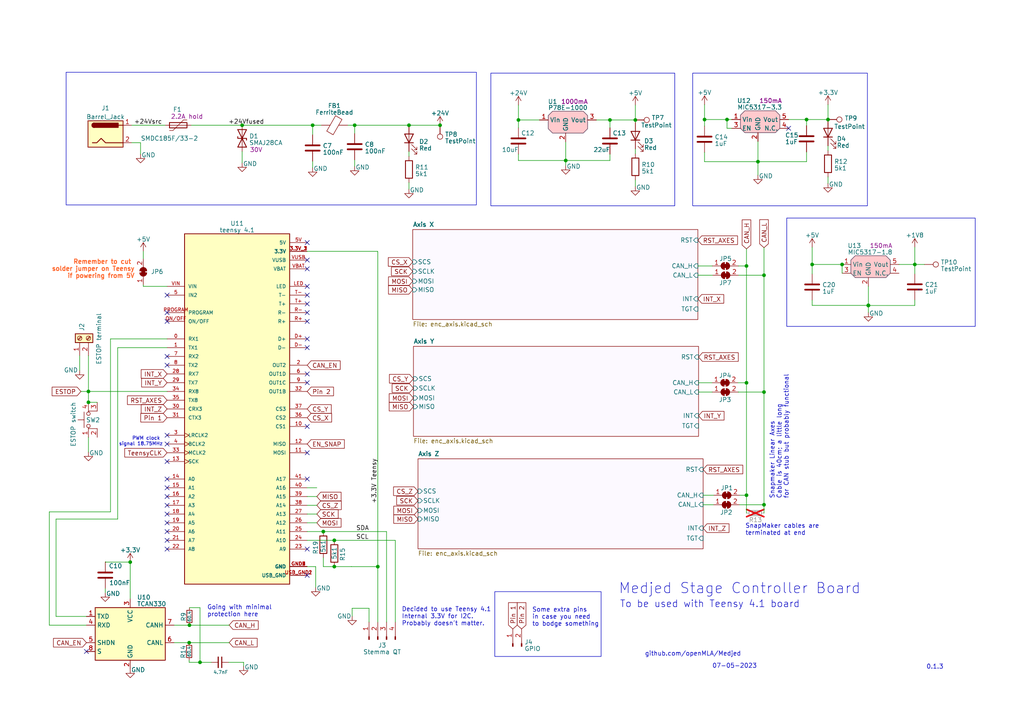
<source format=kicad_sch>
(kicad_sch (version 20230121) (generator eeschema)
  (paper "A4")
  (lib_symbols
    (symbol "+3.3V_1" (power) (pin_numbers hide) (pin_names (offset 0) hide)
      (property "Value" "+3.3V_1" (at 0 3.556 0))
      (symbol "+3.3V_1_1_1"
        (pin power_in line (at 0 0 90) (length 0) hide (name "+3.3V") (number "1"))
      )
    )
    (symbol "+5V_1" (power) (pin_numbers hide) (pin_names (offset 0) hide)
      (property "Value" "+5V_1" (at 0 3.556 0))
      (symbol "+5V_1_1_1"
        (pin power_in line (at 0 0 90) (length 0) hide (name "+5V") (number "1"))
      )
    )
    (symbol "Connector:Barrel_Jack" (pin_names (offset 1.016))
      (property "Reference" "J" (at 0 5.334 0))
      (property "Value" "Barrel_Jack" (at 0 -5.08 0))
      (symbol "Barrel_Jack_1_1"
        (pin passive line (at 7.62 2.54 180) (length 2.54) (name "~") (number "1"))
        (pin passive line (at 7.62 -2.54 180) (length 2.54) (name "~") (number "2"))
      )
    )
    (symbol "Connector:Conn_01x02_Pin" (pin_names (offset 1.016) hide)
      (property "Reference" "J" (at 0 2.54 0))
      (property "Value" "Conn_01x02_Pin" (at 0 -5.08 0))
      (symbol "Conn_01x02_Pin_1_1"
        (pin passive line (at 5.08 0 180) (length 3.81) (name "Pin_1") (number "1"))
        (pin passive line (at 5.08 -2.54 180) (length 3.81) (name "Pin_2") (number "2"))
      )
    )
    (symbol "Connector:Conn_01x04_Pin" (pin_names (offset 1.016) hide)
      (property "Reference" "J" (at 0 5.08 0))
      (property "Value" "Conn_01x04_Pin" (at 0 -7.62 0))
      (symbol "Conn_01x04_Pin_1_1"
        (pin passive line (at 5.08 2.54 180) (length 3.81) (name "Pin_1") (number "1"))
        (pin passive line (at 5.08 0 180) (length 3.81) (name "Pin_2") (number "2"))
        (pin passive line (at 5.08 -2.54 180) (length 3.81) (name "Pin_3") (number "3"))
        (pin passive line (at 5.08 -5.08 180) (length 3.81) (name "Pin_4") (number "4"))
      )
    )
    (symbol "Connector:Screw_Terminal_01x02" (pin_names (offset 1.016) hide)
      (property "Reference" "J" (at 0 2.54 0))
      (property "Value" "Screw_Terminal_01x02" (at 0 -5.08 0))
      (symbol "Screw_Terminal_01x02_1_1"
        (pin passive line (at -5.08 0 0) (length 3.81) (name "Pin_1") (number "1"))
        (pin passive line (at -5.08 -2.54 0) (length 3.81) (name "Pin_2") (number "2"))
      )
    )
    (symbol "Connector:TestPoint" (pin_numbers hide) (pin_names (offset 0.762) hide)
      (property "Reference" "TP" (at 0 6.858 0))
      (property "Value" "TestPoint" (at 0 5.08 0))
      (symbol "TestPoint_1_1"
        (pin passive line (at 0 0 90) (length 2.54) (name "1") (number "1"))
      )
    )
    (symbol "Device:C" (pin_numbers hide) (pin_names (offset 0.254))
      (property "Reference" "C" (at 0.635 2.54 0))
      (property "Value" "C" (at 0.635 -2.54 0))
      (symbol "C_1_1"
        (pin passive line (at 0 3.81 270) (length 2.794) (name "~") (number "1"))
        (pin passive line (at 0 -3.81 90) (length 2.794) (name "~") (number "2"))
      )
    )
    (symbol "Device:C_Small" (pin_numbers hide) (pin_names (offset 0.254) hide)
      (property "Reference" "C" (at 0.254 1.778 0))
      (property "Value" "C_Small" (at 0.254 -2.032 0))
      (symbol "C_Small_1_1"
        (pin passive line (at 0 2.54 270) (length 2.032) (name "~") (number "1"))
        (pin passive line (at 0 -2.54 90) (length 2.032) (name "~") (number "2"))
      )
    )
    (symbol "Device:FerriteBead" (pin_numbers hide) (pin_names (offset 0))
      (property "Reference" "FB" (at -3.81 0.635 90))
      (property "Value" "FerriteBead" (at 3.81 0 90))
      (symbol "FerriteBead_1_1"
        (pin passive line (at 0 3.81 270) (length 2.54) (name "~") (number "1"))
        (pin passive line (at 0 -3.81 90) (length 2.54) (name "~") (number "2"))
      )
    )
    (symbol "Device:LED" (pin_numbers hide) (pin_names (offset 1.016) hide)
      (property "Reference" "D" (at 0 2.54 0))
      (property "Value" "LED" (at 0 -2.54 0))
      (symbol "LED_1_1"
        (pin passive line (at -3.81 0 0) (length 2.54) (name "K") (number "1"))
        (pin passive line (at 3.81 0 180) (length 2.54) (name "A") (number "2"))
      )
    )
    (symbol "Device:Polyfuse" (pin_numbers hide) (pin_names (offset 0))
      (property "Reference" "F" (at -2.54 0 90))
      (property "Value" "Polyfuse" (at 2.54 0 90))
      (symbol "Polyfuse_1_1"
        (pin passive line (at 0 3.81 270) (length 1.27) (name "~") (number "1"))
        (pin passive line (at 0 -3.81 90) (length 1.27) (name "~") (number "2"))
      )
    )
    (symbol "Device:R" (pin_numbers hide) (pin_names (offset 0))
      (property "Reference" "R" (at 2.032 0 90))
      (property "Value" "R" (at 0 0 90))
      (symbol "R_1_1"
        (pin passive line (at 0 3.81 270) (length 1.27) (name "~") (number "1"))
        (pin passive line (at 0 -3.81 90) (length 1.27) (name "~") (number "2"))
      )
    )
    (symbol "Device:R_Small" (pin_numbers hide) (pin_names (offset 0.254) hide)
      (property "Reference" "R" (at 0.762 0.508 0))
      (property "Value" "R_Small" (at 0.762 -1.016 0))
      (symbol "R_Small_1_1"
        (pin passive line (at 0 2.54 270) (length 0.762) (name "~") (number "1"))
        (pin passive line (at 0 -2.54 90) (length 0.762) (name "~") (number "2"))
      )
    )
    (symbol "Diode:5KPxxCA" (pin_numbers hide) (pin_names (offset 1.016) hide)
      (property "Reference" "D" (at 0 2.54 0))
      (property "Value" "5KPxxCA" (at 0 -2.54 0))
      (symbol "5KPxxCA_1_1"
        (pin passive line (at -3.81 0 0) (length 2.54) (name "A1") (number "1"))
        (pin passive line (at 3.81 0 180) (length 2.54) (name "A2") (number "2"))
      )
    )
    (symbol "GND_1" (power) (pin_numbers hide) (pin_names (offset 0) hide)
      (property "Value" "GND_1" (at 0 -3.81 0))
      (symbol "GND_1_1_1"
        (pin power_in line (at 0 0 270) (length 0) hide (name "GND") (number "1"))
      )
    )
    (symbol "Interface_CAN_LIN:TCAN330"
      (property "Reference" "U" (at -10.16 8.89 0))
      (property "Value" "TCAN330" (at 2.54 8.89 0))
      (symbol "TCAN330_1_1"
        (pin input line (at -12.7 5.08 0) (length 2.54) (name "TXD") (number "1"))
        (pin power_in line (at 0 -10.16 90) (length 2.54) (name "GND") (number "2"))
        (pin power_in line (at 0 10.16 270) (length 2.54) (name "VCC") (number "3"))
        (pin tri_state line (at -12.7 2.54 0) (length 2.54) (name "RXD") (number "4"))
        (pin input line (at -12.7 -2.54 0) (length 2.54) (name "SHDN") (number "5"))
        (pin bidirectional line (at 12.7 -2.54 180) (length 2.54) (name "CANL") (number "6"))
        (pin bidirectional line (at 12.7 2.54 180) (length 2.54) (name "CANH") (number "7"))
        (pin input line (at -12.7 -5.08 0) (length 2.54) (name "S") (number "8"))
      )
    )
    (symbol "Jumper:SolderJumper_2_Bridged" (pin_names (offset 0) hide)
      (property "Reference" "JP" (at 0 2.032 0))
      (property "Value" "SolderJumper_2_Bridged" (at 0 -2.54 0))
      (symbol "SolderJumper_2_Bridged_1_1"
        (pin passive line (at -3.81 0 0) (length 2.54) (name "A") (number "1"))
        (pin passive line (at 3.81 0 180) (length 2.54) (name "B") (number "2"))
      )
    )
    (symbol "Switch:SW_MEC_5E" (pin_names (offset 1.016) hide)
      (property "Reference" "SW" (at 0.635 5.715 0))
      (property "Value" "SW_MEC_5E" (at 0 -3.175 0))
      (symbol "SW_MEC_5E_0_1"
        (pin passive line (at -5.08 2.54 0) (length 2.54) (name "1") (number "1"))
        (pin passive line (at -5.08 0 0) (length 2.54) (name "2") (number "2"))
        (pin passive line (at 5.08 0 180) (length 2.54) (name "K") (number "3"))
        (pin passive line (at 5.08 2.54 180) (length 2.54) (name "A") (number "4"))
      )
    )
    (symbol "medjed-mainboard:MIC5317-3.3"
      (property "Reference" "U" (at 0 1.27 0))
      (symbol "MIC5317-3.3_1_1"
        (pin input line (at -7.62 0 0) (length 2.54) (name "Vin") (number "1"))
        (pin input line (at 0 -6.35 90) (length 2.54) (name "GND") (number "2"))
        (pin input line (at -7.62 -2.54 0) (length 2.54) (name "EN") (number "3"))
        (pin input line (at 8.89 -2.54 180) (length 2.54) (name "N.C.") (number "4"))
        (pin input line (at 8.89 0 180) (length 2.54) (name "Vout") (number "5"))
      )
    )
    (symbol "medjed-mainboard:P78E05-1000"
      (property "Reference" "U" (at 0 1.27 0))
      (symbol "P78E05-1000_1_1"
        (pin input line (at -7.62 0 0) (length 2.54) (name "Vin") (number "1"))
        (pin input line (at 0 -6.35 90) (length 2.54) (name "GND") (number "2"))
        (pin input line (at 8.89 0 180) (length 2.54) (name "Vout") (number "3"))
      )
    )
    (symbol "medjed-mainboard:teensy 4.1" (pin_names (offset 1.016))
      (property "Reference" "U" (at -15.24 52.07 0))
      (property "Value" "teensy 4.1" (at -15.24 -53.34 0))
      (symbol "teensy 4.1_0_0"
        (pin bidirectional line (at -20.32 20.32 0) (length 5.08) (name "RX1") (number "0"))
        (pin bidirectional line (at -20.32 17.78 0) (length 5.08) (name "TX1") (number "1"))
        (pin bidirectional line (at 20.32 -5.08 180) (length 5.08) (name "CS1") (number "10"))
        (pin bidirectional line (at 20.32 -12.7 180) (length 5.08) (name "MOSI") (number "11"))
        (pin bidirectional line (at 20.32 -10.16 180) (length 5.08) (name "MISO") (number "12"))
        (pin bidirectional clock (at -20.32 -15.24 0) (length 5.08) (name "SCK") (number "13"))
        (pin bidirectional line (at -20.32 -20.32 0) (length 5.08) (name "A0") (number "14"))
        (pin bidirectional line (at -20.32 -22.86 0) (length 5.08) (name "A1") (number "15"))
        (pin bidirectional line (at -20.32 -25.4 0) (length 5.08) (name "A2") (number "16"))
        (pin bidirectional line (at -20.32 -27.94 0) (length 5.08) (name "A3") (number "17"))
        (pin bidirectional line (at -20.32 -30.48 0) (length 5.08) (name "A4") (number "18"))
        (pin bidirectional line (at -20.32 -33.02 0) (length 5.08) (name "A5") (number "19"))
        (pin output line (at 20.32 12.7 180) (length 5.08) (name "OUT2") (number "2"))
        (pin bidirectional line (at -20.32 -35.56 0) (length 5.08) (name "A6") (number "20"))
        (pin bidirectional line (at -20.32 -38.1 0) (length 5.08) (name "A7") (number "21"))
        (pin bidirectional line (at -20.32 -40.64 0) (length 5.08) (name "A8") (number "22"))
        (pin bidirectional line (at 20.32 -40.64 180) (length 5.08) (name "A9") (number "23"))
        (pin bidirectional line (at 20.32 -38.1 180) (length 5.08) (name "A10") (number "24"))
        (pin bidirectional line (at 20.32 -35.56 180) (length 5.08) (name "A11") (number "25"))
        (pin bidirectional line (at 20.32 -33.02 180) (length 5.08) (name "A12") (number "26"))
        (pin bidirectional line (at 20.32 -30.48 180) (length 5.08) (name "A13") (number "27"))
        (pin bidirectional line (at -20.32 10.16 0) (length 5.08) (name "RX7") (number "28"))
        (pin bidirectional line (at -20.32 7.62 0) (length 5.08) (name "TX7") (number "29"))
        (pin bidirectional clock (at -20.32 -7.62 0) (length 5.08) (name "LRCLK2") (number "3"))
        (pin power_in line (at 20.32 45.72 180) (length 5.08) (name "3.3V") (number "3.3V_1"))
        (pin power_in line (at 20.32 45.72 180) (length 5.08) (name "3.3V") (number "3.3V_2"))
        (pin power_in line (at 20.32 45.72 180) (length 5.08) (name "3.3V") (number "3.3V_3"))
        (pin bidirectional line (at -20.32 0 0) (length 5.08) (name "CRX3") (number "30"))
        (pin bidirectional line (at -20.32 -2.54 0) (length 5.08) (name "CTX3") (number "31"))
        (pin output line (at 20.32 5.08 180) (length 5.08) (name "OUT1B") (number "32"))
        (pin bidirectional clock (at -20.32 -12.7 0) (length 5.08) (name "MCLK2") (number "33"))
        (pin bidirectional line (at -20.32 5.08 0) (length 5.08) (name "RX8") (number "34"))
        (pin bidirectional line (at -20.32 2.54 0) (length 5.08) (name "TX8") (number "35"))
        (pin bidirectional line (at 20.32 -2.54 180) (length 5.08) (name "CS2") (number "36"))
        (pin bidirectional line (at 20.32 0 180) (length 5.08) (name "CS3") (number "37"))
        (pin bidirectional line (at 20.32 -27.94 180) (length 5.08) (name "A14") (number "38"))
        (pin bidirectional line (at 20.32 -25.4 180) (length 5.08) (name "A15") (number "39"))
        (pin bidirectional clock (at -20.32 -10.16 0) (length 5.08) (name "BCLK2") (number "4"))
        (pin bidirectional line (at 20.32 -22.86 180) (length 5.08) (name "A16") (number "40"))
        (pin bidirectional line (at 20.32 -20.32 180) (length 5.08) (name "A17") (number "41"))
        (pin bidirectional line (at -20.32 33.02 0) (length 5.08) (name "IN2") (number "5"))
        (pin power_in line (at 20.32 48.26 180) (length 5.08) (name "5V") (number "5V"))
        (pin output line (at 20.32 10.16 180) (length 5.08) (name "OUT1D") (number "6"))
        (pin bidirectional line (at -20.32 15.24 0) (length 5.08) (name "RX2") (number "7"))
        (pin bidirectional line (at -20.32 12.7 0) (length 5.08) (name "TX2") (number "8"))
        (pin output line (at 20.32 7.62 180) (length 5.08) (name "OUT1C") (number "9"))
        (pin bidirectional line (at 20.32 20.32 180) (length 5.08) (name "D+") (number "D+"))
        (pin bidirectional line (at 20.32 17.78 180) (length 5.08) (name "D-") (number "D-"))
        (pin power_in line (at 20.32 -45.72 180) (length 5.08) (name "GND") (number "GND1"))
        (pin power_in line (at 20.32 -45.72 180) (length 5.08) (name "GND") (number "GND2"))
        (pin power_in line (at 20.32 -45.72 180) (length 5.08) (name "GND") (number "GND3"))
        (pin power_in line (at 20.32 -45.72 180) (length 5.08) (name "GND") (number "GND4"))
        (pin power_in line (at 20.32 -45.72 180) (length 5.08) (name "GND") (number "GND5"))
        (pin bidirectional line (at 20.32 35.56 180) (length 5.08) (name "LED") (number "LED"))
        (pin bidirectional line (at -20.32 25.4 0) (length 5.08) (name "ON/OFF") (number "ON/OFF"))
        (pin bidirectional line (at -20.32 27.94 0) (length 5.08) (name "PROGRAM") (number "PROGRAM"))
        (pin bidirectional line (at 20.32 25.4 180) (length 5.08) (name "R+") (number "R+"))
        (pin bidirectional line (at 20.32 27.94 180) (length 5.08) (name "R-") (number "R-"))
        (pin bidirectional line (at 20.32 30.48 180) (length 5.08) (name "T+") (number "T+"))
        (pin bidirectional line (at 20.32 33.02 180) (length 5.08) (name "T-") (number "T-"))
        (pin power_in line (at 20.32 -48.26 180) (length 5.08) (name "USB_GND") (number "USB_GND1"))
        (pin power_in line (at 20.32 -48.26 180) (length 5.08) (name "USB_GND") (number "USB_GND2"))
        (pin passive line (at 20.32 40.64 180) (length 5.08) (name "VBAT") (number "VBAT"))
        (pin input line (at -20.32 35.56 0) (length 5.08) (name "VIN") (number "VIN"))
        (pin passive line (at 20.32 43.18 180) (length 5.08) (name "VUSB") (number "VUSB"))
      )
    )
    (symbol "power:+1V8" (power) (pin_names (offset 0))
      (property "Value" "+1V8" (at 0 3.556 0))
      (symbol "+1V8_1_1"
        (pin power_in line (at 0 0 90) (length 0) hide (name "+1V8") (number "1"))
      )
    )
    (symbol "power:+24V" (power) (pin_names (offset 0))
      (property "Value" "+24V" (at 0 3.556 0))
      (symbol "+24V_1_1"
        (pin power_in line (at 0 0 90) (length 0) hide (name "+24V") (number "1"))
      )
    )
    (symbol "power:+3.3V" (power) (pin_names (offset 0))
      (property "Value" "+3.3V" (at 0 3.556 0))
      (symbol "+3.3V_1_1"
        (pin power_in line (at 0 0 90) (length 0) hide (name "+3.3V") (number "1"))
      )
    )
    (symbol "power:+5V" (power) (pin_names (offset 0))
      (property "Value" "+5V" (at 0 3.556 0))
      (symbol "+5V_1_1"
        (pin power_in line (at 0 0 90) (length 0) hide (name "+5V") (number "1"))
      )
    )
    (symbol "power:GND" (power) (pin_names (offset 0))
      (property "Value" "GND" (at 0 -3.81 0))
      (symbol "GND_1_1"
        (pin power_in line (at 0 0 270) (length 0) hide (name "GND") (number "1"))
      )
    )
  )
  (junction (at 216.5096 111.0234))
  (junction (at 25.654 116.6876))
  (junction (at 25.654 113.538))
  (junction (at 70.231 36.322))
  (junction (at 96.9684 164.338))
  (junction (at 109.5756 164.3481))
  (junction (at 37.7676 163.0315))
  (junction (at 184.277 34.798))
  (junction (at 96.9684 156.718))
  (junction (at 216.5096 143.637))
  (junction (at 164.084 46.5544))
  (junction (at 235.5596 76.708))
  (junction (at 221.5896 79.8322))
  (junction (at 54.9465 181.3306))
  (junction (at 216.5096 77.1398))
  (junction (at 221.5896 113.7187))
  (junction (at 118.618 36.322))
  (junction (at 265.3284 76.708))
  (junction (at 93.7816 154.178))
  (junction (at 233.934 34.671))
  (junction (at 102.87 36.322))
  (junction (at 127.635 36.322))
  (junction (at 204.343 34.671))
  (junction (at 150.368 34.798))
  (junction (at 176.911 34.798))
  (junction (at 240.157 34.671))
  (junction (at 54.8637 186.4106))
  (junction (at 251.8664 88.5757))
  (junction (at 90.678 36.322))
  (junction (at 210.8649 34.671))
  (junction (at 219.837 46.8914))
  (junction (at 251.8664 88.6024))
  (junction (at 221.5896 146.4056))
  (junction (at 244.2464 76.708))
  (junction (at 58.0136 192.1002))
  (no_connect (at 89.1032 138.938))
  (no_connect (at 89.1032 90.678))
  (no_connect (at 89.1032 83.058))
  (no_connect (at 89.1032 75.438))
  (no_connect (at 48.4632 149.098))
  (no_connect (at 89.1032 93.218))
  (no_connect (at 89.1032 85.598))
  (no_connect (at 48.4632 126.238))
  (no_connect (at 89.1032 100.838))
  (no_connect (at 48.4632 128.778))
  (no_connect (at 89.1032 88.138))
  (no_connect (at 48.4632 93.218))
  (no_connect (at 89.1032 166.878))
  (no_connect (at 228.727 37.211))
  (no_connect (at 48.4632 105.918))
  (no_connect (at 48.4632 144.018))
  (no_connect (at 89.1032 77.978))
  (no_connect (at 48.4632 159.258))
  (no_connect (at 89.1032 123.698))
  (no_connect (at 89.1032 108.458))
  (no_connect (at 48.4632 146.558))
  (no_connect (at 89.1032 131.318))
  (no_connect (at 48.4632 90.678))
  (no_connect (at 48.4632 151.638))
  (no_connect (at 48.4632 85.598))
  (no_connect (at 48.4632 156.718))
  (no_connect (at 48.4632 133.858))
  (no_connect (at 89.1032 70.358))
  (no_connect (at 48.4632 138.938))
  (no_connect (at 89.1032 159.258))
  (no_connect (at 25.0698 188.9506))
  (no_connect (at 89.1032 98.298))
  (no_connect (at 48.4632 103.378))
  (no_connect (at 48.4632 141.478))
  (no_connect (at 48.4632 154.178))
  (no_connect (at 89.1032 110.998))
  (wire (pts (xy 100.838 36.322) (xy 102.87 36.322)))
  (wire (pts (xy 93.7816 164.338) (xy 96.9684 164.338)))
  (wire (pts (xy 150.368 46.5544) (xy 164.084 46.5544)))
  (wire (pts (xy 244.2464 76.708) (xy 235.5596 76.708)))
  (wire (pts (xy 204.343 34.671) (xy 210.8649 34.671)))
  (wire (pts (xy 102.1334 176.4253) (xy 102.1334 178.7144)))
  (wire (pts (xy 25.654 113.538) (xy 48.4632 113.538)))
  (wire (pts (xy 109.5756 73.1537) (xy 109.5756 164.3481)))
  (wire (pts (xy 204.343 30.353) (xy 204.343 34.671)))
  (wire (pts (xy 118.618 43.942) (xy 118.618 45.339)))
  (wire (pts (xy 214.5792 143.637) (xy 216.5096 143.637)))
  (wire (pts (xy 240.157 30.353) (xy 240.157 34.671)))
  (wire (pts (xy 114.6556 156.718) (xy 114.6556 180.4162)))
  (wire (pts (xy 216.5096 72.1868) (xy 216.5096 77.1398)))
  (wire (pts (xy 184.277 30.48) (xy 184.277 34.798)))
  (wire (pts (xy 25.654 103.1748) (xy 25.654 113.538)))
  (wire (pts (xy 70.6628 192.1002) (xy 66.3448 192.1002)))
  (bus (pts (xy 266.446 83.9724) (xy 266.446 84.0232)))
  (wire (pts (xy 14.3002 181.3306) (xy 25.0698 181.3306)))
  (wire (pts (xy 216.5096 143.637) (xy 216.5096 111.0234)))
  (wire (pts (xy 101.9302 164.3481) (xy 101.9302 164.338)))
  (wire (pts (xy 48.4632 100.838) (xy 34.1363 100.838)))
  (wire (pts (xy 66.4464 186.3852) (xy 66.4464 186.4106)))
  (wire (pts (xy 90.678 46.736) (xy 90.678 48.641)))
  (wire (pts (xy 210.8649 37.211) (xy 212.217 37.211)))
  (wire (pts (xy 176.911 37.084) (xy 176.911 34.798)))
  (wire (pts (xy 202.4126 77.1398) (xy 206.5736 77.1398)))
  (wire (pts (xy 37.7676 163.0315) (xy 37.7676 171.704)))
  (wire (pts (xy 233.934 36.449) (xy 233.934 34.671)))
  (wire (pts (xy 41.5544 83.058) (xy 48.4632 83.058)))
  (wire (pts (xy 89.1032 141.478) (xy 91.8972 141.478)))
  (wire (pts (xy 102.87 38.735) (xy 102.87 36.322)))
  (wire (pts (xy 216.5096 111.0234) (xy 216.5096 77.1398)))
  (wire (pts (xy 214.1936 77.1398) (xy 216.5096 77.1398)))
  (wire (pts (xy 66.421 181.3052) (xy 66.421 181.3306)))
  (wire (pts (xy 38.227 41.402) (xy 40.767 41.402)))
  (wire (pts (xy 32.0495 98.298) (xy 32.0495 148.463)))
  (wire (pts (xy 55.499 36.322) (xy 70.231 36.322)))
  (wire (pts (xy 89.1032 151.638) (xy 91.8972 151.638)))
  (wire (pts (xy 150.368 30.48) (xy 150.368 34.798)))
  (wire (pts (xy 235.5596 87.0712) (xy 235.5596 88.5757)))
  (wire (pts (xy 30.6832 163.0315) (xy 37.7676 163.0315)))
  (wire (pts (xy 58.0136 192.1002) (xy 61.2648 192.1002)))
  (wire (pts (xy 203.9366 146.4056) (xy 206.9007 146.4056)))
  (wire (pts (xy 25.654 116.6876) (xy 28.194 116.6876)))
  (wire (pts (xy 233.934 44.069) (xy 233.934 46.8914)))
  (wire (pts (xy 214.2621 79.8322) (xy 221.5896 79.8322)))
  (wire (pts (xy 70.6628 192.1002) (xy 70.6628 193.2178)))
  (wire (pts (xy 32.0495 148.463) (xy 14.3002 148.463)))
  (wire (pts (xy 172.974 34.798) (xy 176.911 34.798)))
  (wire (pts (xy 58.0136 176.2506) (xy 58.0136 192.1002)))
  (wire (pts (xy 54.8637 192.1002) (xy 58.0136 192.1002)))
  (wire (pts (xy 233.934 46.8914) (xy 219.837 46.8914)))
  (wire (pts (xy 89.1032 156.718) (xy 96.9684 156.718)))
  (wire (pts (xy 38.227 36.322) (xy 47.879 36.322)))
  (wire (pts (xy 202.6158 113.7158) (xy 206.5528 113.7158)))
  (wire (pts (xy 54.9465 176.2506) (xy 58.0136 176.2506)))
  (wire (pts (xy 221.5896 71.8312) (xy 221.5896 79.8322)))
  (wire (pts (xy 216.5096 143.637) (xy 216.5096 148.8186)))
  (wire (pts (xy 16.257 178.7906) (xy 25.0698 178.7906)))
  (wire (pts (xy 14.3002 148.463) (xy 14.3002 181.3306)))
  (wire (pts (xy 96.9684 156.718) (xy 114.6556 156.718)))
  (wire (pts (xy 30.5308 170.6261) (xy 30.5308 171.9127)))
  (wire (pts (xy 54.9465 181.3306) (xy 66.421 181.3306)))
  (wire (pts (xy 251.8664 83.058) (xy 251.8664 88.5757)))
  (wire (pts (xy 89.1032 164.338) (xy 91.567 164.338)))
  (wire (pts (xy 41.5544 72.898) (xy 41.5544 75.0316)))
  (wire (pts (xy 221.5896 79.8322) (xy 221.5896 113.7187)))
  (wire (pts (xy 34.1363 150.5517) (xy 16.257 150.5517)))
  (wire (pts (xy 260.7564 76.708) (xy 265.3284 76.708)))
  (wire (pts (xy 150.368 44.704) (xy 150.368 46.5544)))
  (wire (pts (xy 96.9684 164.338) (xy 101.9302 164.338)))
  (wire (pts (xy 50.4698 181.3306) (xy 54.9465 181.3306)))
  (wire (pts (xy 118.618 52.959) (xy 118.618 54.864)))
  (wire (pts (xy 251.8664 88.5757) (xy 251.8664 88.6024)))
  (wire (pts (xy 203.9366 146.4056) (xy 203.9366 146.3294)))
  (wire (pts (xy 40.767 41.402) (xy 40.767 44.704)))
  (wire (pts (xy 70.231 36.322) (xy 90.678 36.322)))
  (wire (pts (xy 150.368 34.798) (xy 156.464 34.798)))
  (wire (pts (xy 265.3284 76.708) (xy 268.1224 76.708)))
  (wire (pts (xy 265.3284 88.6024) (xy 251.8664 88.6024)))
  (wire (pts (xy 164.084 48.006) (xy 164.084 46.5544)))
  (wire (pts (xy 221.6404 79.8322) (xy 221.5896 79.8322)))
  (wire (pts (xy 240.157 42.291) (xy 240.157 43.688)))
  (wire (pts (xy 102.1334 176.4253) (xy 107.0356 176.4253)))
  (wire (pts (xy 48.4632 98.298) (xy 32.0495 98.298)))
  (wire (pts (xy 204.343 46.8914) (xy 219.837 46.8914)))
  (wire (pts (xy 251.8664 88.6024) (xy 251.8664 90.6272)))
  (wire (pts (xy 221.5896 146.4056) (xy 221.5896 148.8186)))
  (wire (pts (xy 93.7816 161.798) (xy 93.7816 164.338)))
  (wire (pts (xy 240.157 51.308) (xy 240.157 53.213)))
  (wire (pts (xy 89.1032 149.098) (xy 91.8972 149.098)))
  (wire (pts (xy 16.257 150.5517) (xy 16.257 178.7906)))
  (wire (pts (xy 214.1728 113.7187) (xy 221.5896 113.7187)))
  (wire (pts (xy 102.87 46.355) (xy 102.87 48.26)))
  (wire (pts (xy 30.6832 163.0061) (xy 30.6832 163.0315)))
  (wire (pts (xy 221.6658 146.4056) (xy 221.5896 146.4056)))
  (wire (pts (xy 70.231 43.942) (xy 70.231 47.244)))
  (wire (pts (xy 221.5896 113.7187) (xy 221.5896 146.4056)))
  (wire (pts (xy 235.5596 71.7296) (xy 235.5596 76.708)))
  (wire (pts (xy 233.934 34.671) (xy 240.157 34.671)))
  (wire (pts (xy 89.1032 146.558) (xy 91.8972 146.558)))
  (wire (pts (xy 265.3284 76.708) (xy 265.3284 79.4004)))
  (wire (pts (xy 54.8637 191.4906) (xy 54.8637 192.1002)))
  (wire (pts (xy 41.5544 82.6516) (xy 41.5544 83.058)))
  (wire (pts (xy 101.9302 164.3481) (xy 109.5756 164.3481)))
  (wire (pts (xy 219.837 46.8914) (xy 219.837 50.8)))
  (wire (pts (xy 219.837 46.8914) (xy 219.837 41.021)))
  (wire (pts (xy 37.7676 171.704) (xy 37.7698 171.704)))
  (wire (pts (xy 91.567 164.338) (xy 91.567 170.3578)))
  (wire (pts (xy 235.5596 88.5757) (xy 251.8664 88.5757)))
  (wire (pts (xy 176.911 44.704) (xy 176.911 46.5544)))
  (wire (pts (xy 214.1728 113.7187) (xy 214.1728 113.7158)))
  (wire (pts (xy 164.084 41.148) (xy 164.084 46.5544)))
  (wire (pts (xy 214.1043 111.0234) (xy 216.5096 111.0234)))
  (wire (pts (xy 37.7698 171.704) (xy 37.7698 173.7106)))
  (wire (pts (xy 214.5207 146.4056) (xy 221.5896 146.4056)))
  (wire (pts (xy 50.4698 186.4106) (xy 54.8637 186.4106)))
  (wire (pts (xy 25.654 126.8476) (xy 25.654 131.1148)))
  (wire (pts (xy 93.7816 154.178) (xy 112.1156 154.178)))
  (wire (pts (xy 204.343 44.196) (xy 204.343 46.8914)))
  (wire (pts (xy 25.654 116.6876) (xy 25.654 113.538)))
  (wire (pts (xy 204.343 34.671) (xy 204.343 36.576)))
  (wire (pts (xy 228.727 34.671) (xy 233.934 34.671)))
  (wire (pts (xy 66.4718 186.3852) (xy 66.4464 186.3852)))
  (wire (pts (xy 244.2464 76.708) (xy 244.2464 79.248)))
  (wire (pts (xy 66.4718 181.3052) (xy 66.421 181.3052)))
  (wire (pts (xy 176.911 34.798) (xy 184.277 34.798)))
  (wire (pts (xy 89.1032 154.178) (xy 93.7816 154.178)))
  (wire (pts (xy 202.4126 79.8322) (xy 206.6421 79.8322)))
  (wire (pts (xy 54.8637 186.4106) (xy 66.4464 186.4106)))
  (wire (pts (xy 210.8649 34.671) (xy 212.217 34.671)))
  (wire (pts (xy 23.4696 113.538) (xy 25.654 113.538)))
  (wire (pts (xy 184.277 52.197) (xy 184.277 54.102)))
  (wire (pts (xy 107.0356 176.4253) (xy 107.0356 180.4162)))
  (wire (pts (xy 90.678 36.322) (xy 93.218 36.322)))
  (wire (pts (xy 30.5308 163.0061) (xy 30.6832 163.0061)))
  (wire (pts (xy 90.678 39.116) (xy 90.678 36.322)))
  (wire (pts (xy 265.3284 71.7296) (xy 265.3284 76.708)))
  (wire (pts (xy 210.8649 34.671) (xy 210.8649 37.211)))
  (wire (pts (xy 109.5502 72.898) (xy 89.1032 72.898)))
  (wire (pts (xy 235.5596 76.708) (xy 235.5596 79.4512)))
  (wire (pts (xy 203.9366 143.637) (xy 206.9592 143.637)))
  (wire (pts (xy 102.87 36.322) (xy 118.618 36.322)))
  (wire (pts (xy 184.277 43.18) (xy 184.277 44.577)))
  (wire (pts (xy 109.5502 73.1537) (xy 109.5502 72.898)))
  (wire (pts (xy 202.6158 111.0234) (xy 206.4843 111.0234)))
  (wire (pts (xy 265.3284 87.0204) (xy 265.3284 88.6024)))
  (wire (pts (xy 109.5756 180.4162) (xy 109.5756 164.3481)))
  (wire (pts (xy 112.1156 154.178) (xy 112.1156 180.4162)))
  (wire (pts (xy 176.911 46.5544) (xy 164.084 46.5544)))
  (wire (pts (xy 109.5756 73.1537) (xy 109.5502 73.1537)))
  (wire (pts (xy 184.277 34.798) (xy 184.277 35.56)))
  (wire (pts (xy 89.1032 144.018) (xy 91.8972 144.018)))
  (wire (pts (xy 150.368 37.084) (xy 150.368 34.798)))
  (wire (pts (xy 34.1363 100.838) (xy 34.1363 150.5517)))
  (wire (pts (xy 118.618 36.322) (xy 127.635 36.322)))
  (wire (pts (xy 23.114 103.1748) (xy 23.114 107.442)))
  (rectangle (start 143.51 171.6024) (end 174.3456 190.3984))
  (rectangle (start 19.177 20.955) (end 138.176 59.436))
  (rectangle (start 228.1936 63.246) (end 282.8544 94.6658))
  (rectangle (start 142.367 21.209) (end 195.707 59.69))
  (rectangle (start 200.914 21.209) (end 251.587 59.69))
  (text "Medjed Stage Controller Board" (at 179.3748 172.5422 0) (effects (font (size 3 3)) (justify left bottom)))
  (text "Remember to cut \nsolder jumper on Teensy\nif powering from 5V" (at 39.116 80.9244 0) (effects (font (size 1.27 1.27) (thickness 0.254) bold) (justify right bottom)))
  (text "0.1.3" (at 268.6558 194.2592 0) (effects (font (size 1.27 1.27)) (justify left bottom)))
  (text "Decided to use Teensy 4.1\nInternal 3.3V for I2C. \nProbably doesn't matter." (at 116.5098 181.6862 0) (effects (font (size 1.27 1.27)) (justify left bottom)))
  (text "Snapmaker Linear Axes \nCable is 40cm; a little long\nfor CAN stub but probably functional\n\n" (at 230.8606 144.78 90) (effects (font (size 1.27 1.27)) (justify left bottom)))
  (text "SnapMaker cables are\nterminated at end" (at 216.154 155.448 0) (effects (font (size 1.27 1.27)) (justify left bottom)))
  (text "github.com/openMLA/Medjed" (at 187.0202 190.4746 0) (effects (font (size 1.27 1.27)) (justify left bottom)))
  (text "Some extra pins\nin case you need\nto bodge something" (at 154.3304 181.8132 0) (effects (font (size 1.27 1.27)) (justify left bottom)))
  (text "07-05-2023" (at 206.5528 194.0052 0) (effects (font (size 1.27 1.27)) (justify left bottom)))
  (text "To be used with Teensy 4.1 board" (at 179.7558 176.4792 0) (effects (font (size 2 2)) (justify left bottom)))
  (text "PWM clock \nsignal 18.75MHz\n\n" (at 47.244 131.064 0) (effects (font (size 1 1)) (justify right bottom)))
  (text "Going with minimal\nprotection here" (at 60.071 179.07 0) (effects (font (size 1.27 1.27)) (justify left bottom)))
  (label "SDA" (at 103.2692 154.178 0))
  (label "+24Vsrc" (at 38.862 36.322 0))
  (label "+24Vfused" (at 66.2147 36.322 0))
  (label "+3.3V Teensy" (at 109.5756 132.9033 270))
  (label "SCL" (at 103.2697 156.718 0))
  (global_label "ESTOP" (shape input) (at 23.4696 113.538 180) (property "Intersheetrefs" "${INTERSHEET_REFS}" (effects hide)))
  (global_label "INT_Y" (shape input) (at 48.4632 110.998 180) (property "Intersheetrefs" "${INTERSHEET_REFS}" (effects hide)))
  (global_label "INT_Z" (shape input) (at 203.9366 153.1874 0) (property "Intersheetrefs" "${INTERSHEET_REFS}" (effects hide)))
  (global_label "MOSI" (shape input) (at 119.7102 81.5594 180) (property "Intersheetrefs" "${INTERSHEET_REFS}" (effects hide)))
  (global_label "RST_AXES" (shape input) (at 203.9366 136.1694 0) (property "Intersheetrefs" "${INTERSHEET_REFS}" (effects hide)))
  (global_label "SCK" (shape input) (at 119.7102 78.7146 180) (property "Intersheetrefs" "${INTERSHEET_REFS}" (effects hide)))
  (global_label "CAN_H" (shape input) (at 216.5096 72.1868 90) (property "Intersheetrefs" "${INTERSHEET_REFS}" (effects hide)))
  (global_label "Pin 2" (shape input) (at 151.2824 182.4228 90) (property "Intersheetrefs" "${INTERSHEET_REFS}" (effects hide)))
  (global_label "SCK" (shape input) (at 91.8972 149.098 0) (property "Intersheetrefs" "${INTERSHEET_REFS}" (effects hide)))
  (global_label "CS_Y" (shape input) (at 119.9134 109.855 180) (property "Intersheetrefs" "${INTERSHEET_REFS}" (effects hide)))
  (global_label "CS_X" (shape input) (at 89.1032 121.158 0) (property "Intersheetrefs" "${INTERSHEET_REFS}" (effects hide)))
  (global_label "MISO" (shape input) (at 121.2342 150.5458 180) (property "Intersheetrefs" "${INTERSHEET_REFS}" (effects hide)))
  (global_label "INT_Z" (shape input) (at 48.4632 118.618 180) (property "Intersheetrefs" "${INTERSHEET_REFS}" (effects hide)))
  (global_label "CS_Z" (shape input) (at 121.2342 142.4686 180) (property "Intersheetrefs" "${INTERSHEET_REFS}" (effects hide)))
  (global_label "Pin 1" (shape input) (at 148.7424 182.4228 90) (property "Intersheetrefs" "${INTERSHEET_REFS}" (effects hide)))
  (global_label "CS_Z" (shape input) (at 91.8972 146.558 0) (property "Intersheetrefs" "${INTERSHEET_REFS}" (effects hide)))
  (global_label "CAN_L" (shape input) (at 66.4718 186.3852 0) (property "Intersheetrefs" "${INTERSHEET_REFS}" (effects hide)))
  (global_label "INT_X" (shape input) (at 202.4126 86.6902 0) (property "Intersheetrefs" "${INTERSHEET_REFS}" (effects hide)))
  (global_label "CAN_EN" (shape input) (at 89.1032 105.918 0) (property "Intersheetrefs" "${INTERSHEET_REFS}" (effects hide)))
  (global_label "MISO" (shape input) (at 91.8972 144.018 0) (property "Intersheetrefs" "${INTERSHEET_REFS}" (effects hide)))
  (global_label "TeensyCLK" (shape input) (at 48.4632 131.318 180) (property "Intersheetrefs" "${INTERSHEET_REFS}" (effects hide)))
  (global_label "Pin 1" (shape input) (at 48.4632 121.158 180) (property "Intersheetrefs" "${INTERSHEET_REFS}" (effects hide)))
  (global_label "MISO" (shape input) (at 119.9134 117.9322 180) (property "Intersheetrefs" "${INTERSHEET_REFS}" (effects hide)))
  (global_label "MOSI" (shape input) (at 119.9134 115.443 180) (property "Intersheetrefs" "${INTERSHEET_REFS}" (effects hide)))
  (global_label "EN_SNAP" (shape input) (at 89.1032 128.778 0) (property "Intersheetrefs" "${INTERSHEET_REFS}" (effects hide)))
  (global_label "CS_Y" (shape input) (at 89.1032 118.618 0) (property "Intersheetrefs" "${INTERSHEET_REFS}" (effects hide)))
  (global_label "CAN_L" (shape input) (at 221.5896 71.8312 90) (property "Intersheetrefs" "${INTERSHEET_REFS}" (effects hide)))
  (global_label "MOSI" (shape input) (at 121.2342 148.0566 180) (property "Intersheetrefs" "${INTERSHEET_REFS}" (effects hide)))
  (global_label "MISO" (shape input) (at 119.7102 84.0486 180) (property "Intersheetrefs" "${INTERSHEET_REFS}" (effects hide)))
  (global_label "INT_Y" (shape input) (at 202.6158 120.5738 0) (property "Intersheetrefs" "${INTERSHEET_REFS}" (effects hide)))
  (global_label "CS_X" (shape input) (at 119.7102 75.9714 180) (property "Intersheetrefs" "${INTERSHEET_REFS}" (effects hide)))
  (global_label "SCK" (shape input) (at 121.2342 145.2118 180) (property "Intersheetrefs" "${INTERSHEET_REFS}" (effects hide)))
  (global_label "RST_AXES" (shape input) (at 202.4126 69.6722 0) (property "Intersheetrefs" "${INTERSHEET_REFS}" (effects hide)))
  (global_label "INT_X" (shape input) (at 48.4632 108.458 180) (property "Intersheetrefs" "${INTERSHEET_REFS}" (effects hide)))
  (global_label "CAN_H" (shape input) (at 66.4718 181.3052 0) (property "Intersheetrefs" "${INTERSHEET_REFS}" (effects hide)))
  (global_label "Pin 2" (shape input) (at 89.1032 113.538 0) (property "Intersheetrefs" "${INTERSHEET_REFS}" (effects hide)))
  (global_label "RST_AXES" (shape input) (at 48.4632 116.078 180) (property "Intersheetrefs" "${INTERSHEET_REFS}" (effects hide)))
  (global_label "SCK" (shape input) (at 119.9134 112.5982 180) (property "Intersheetrefs" "${INTERSHEET_REFS}" (effects hide)))
  (global_label "RST_AXES" (shape input) (at 202.6158 103.5558 0) (property "Intersheetrefs" "${INTERSHEET_REFS}" (effects hide)))
  (global_label "MOSI" (shape input) (at 91.8972 151.638 0) (property "Intersheetrefs" "${INTERSHEET_REFS}" (effects hide)))
  (global_label "CAN_EN" (shape input) (at 25.0698 186.4106 180) (property "Intersheetrefs" "${INTERSHEET_REFS}" (effects hide)))
  (symbol (lib_id "Device:LED") (at 184.277 39.37 90) (unit 1)
    (property "Reference" "D3" (at 186.817 40.894 90) (effects (justify right)))
    (property "Value" "Red" (at 186.817 42.815 90) (effects (justify right)))
    (property "Footprint" "LED_SMD:LED_0805_2012Metric" (effects hide))
    (property "Datasheet" "https://nl.mouser.com/datasheet/2/445/150080RS75000-3084988.pdf" (effects hide))
    (property "Mouser" "710-150080RS75000" (effects hide))
  )
  (symbol (lib_id "Device:C") (at 235.5596 83.2612 0) (unit 1)
    (property "Reference" "C20" (at 238.4806 82.6175 0) (effects (justify left)))
    (property "Value" "1uF" (at 238.4806 84.5385 0) (effects (justify left)))
    (property "Footprint" "Capacitor_SMD:C_0402_1005Metric" (effects hide))
    (property "Mouser" "187-CL05A105KO5NNNC" (effects hide))
  )
  (symbol (lib_id "Device:LED") (at 240.157 38.481 90) (unit 1)
    (property "Reference" "D4" (at 242.697 40.259 90) (effects (justify right)))
    (property "Value" "Red" (at 242.697 42.18 90) (effects (justify right)))
    (property "Footprint" "LED_SMD:LED_0805_2012Metric" (effects hide))
    (property "Datasheet" "https://nl.mouser.com/datasheet/2/445/150080RS75000-3084988.pdf" (effects hide))
    (property "Mouser" "710-150080RS75000" (effects hide))
  )
  (symbol (lib_id "power:GND") (at 102.87 48.26 0) (unit 1)
    (property "Reference" "#PWR018" (effects hide))
    (property "Value" "GND" (at 105.156 48.514 0))
  )
  (symbol (lib_id "Jumper:SolderJumper_2_Bridged") (at 210.7692 143.637 0) (unit 1)
    (property "Reference" "JP1" (at 210.82 141.5288 0))
    (property "Value" "SolderJumper_2_Bridged" (effects hide))
    (property "Footprint" "Jumper:SolderJumper-2_P1.3mm_Bridged_RoundedPad1.0x1.5mm" (effects hide))
  )
  (symbol (lib_id "Device:R") (at 118.618 49.149 0) (unit 1)
    (property "Reference" "R11" (at 120.396 48.5053 0) (effects (justify left)))
    (property "Value" "5k1" (at 120.396 50.4263 0) (effects (justify left)))
    (property "Footprint" "Resistor_SMD:R_0603_1608Metric" (effects hide))
    (property "Datasheet" "https://nl.mouser.com/datasheet/2/315/AOA0000C307-1149632.pdf" (effects hide))
    (property "Mouser" "667-ERA-3AED512V" (effects hide))
  )
  (symbol (lib_id "power:+5V") (at 235.5596 71.7296 0) (unit 1)
    (property "Reference" "#PWR048" (effects hide))
    (property "Value" "+5V" (at 235.5596 68.2277 0))
  )
  (symbol (lib_id "power:GND") (at 164.084 48.006 0) (unit 1)
    (property "Reference" "#PWR028" (effects hide))
    (property "Value" "GND" (at 166.37 48.26 0))
  )
  (symbol (lib_id "power:GND") (at 40.767 44.704 0) (unit 1)
    (property "Reference" "#PWR012" (effects hide))
    (property "Value" "GND" (at 43.053 44.958 0))
  )
  (symbol (lib_id "power:GND") (at 219.837 50.8 0) (unit 1)
    (property "Reference" "#PWR032" (effects hide))
    (property "Value" "GND" (at 222.123 51.054 0))
  )
  (symbol (lib_id "power:+5V") (at 184.277 30.48 0) (unit 1)
    (property "Reference" "#PWR025" (effects hide))
    (property "Value" "+5V" (at 184.277 26.9781 0))
  )
  (symbol (lib_id "Connector:Barrel_Jack") (at 30.607 38.862 0) (unit 1)
    (property "Reference" "J1" (at 30.607 31.3522 0))
    (property "Value" "Barrel_Jack" (at 30.607 33.8891 0))
    (property "Footprint" "medjed-mainboard:BarrelJack_Horizontal" (effects hide))
    (property "Datasheet" "https://nl.mouser.com/datasheet/2/670/pj_002b-1778766.pdf" (effects hide))
    (property "Voltage" "24V" (effects hide))
    (property "Mouser" "490-PJ-002B" (effects hide))
  )
  (symbol (lib_id "Device:Polyfuse") (at 51.689 36.322 90) (unit 1)
    (property "Reference" "F1" (at 51.435 31.75 90))
    (property "Value" "SMDC185F/33-2" (at 49.149 40.132 90))
    (property "Footprint" "medjed-mainboard:SMDC185F_33-2" (effects hide))
    (property "Hold Current" "2.2A hold" (at 54.229 33.782 90))
    (property "Mouser" "650-SMDC185F/33-2" (effects hide))
  )
  (symbol (lib_id "Connector:TestPoint") (at 268.1224 76.708 270) (unit 1)
    (property "Reference" "TP10" (at 272.8214 76.0643 90) (effects (justify left)))
    (property "Value" "TestPoint" (at 272.8214 77.9853 90) (effects (justify left)))
    (property "Footprint" "TestPoint:TestPoint_Pad_D1.0mm" (effects hide))
  )
  (symbol (lib_name "+5V_1") (lib_id "power:+5V") (at 41.5544 72.898 0) (unit 1)
    (property "Reference" "#PWR047" (effects hide))
    (property "Value" "+5V" (at 41.5544 69.3961 0))
  )
  (symbol (lib_id "medjed-mainboard:teensy 4.1") (at 68.7832 118.618 0) (unit 1)
    (property "Reference" "U11" (at 68.7832 64.8081 0))
    (property "Value" "teensy 4.1" (at 68.7832 66.7291 0))
    (property "Footprint" "MODULE_DEV-16771" (effects hide))
    (property "Datasheet" "https://www.pjrc.com/store/teensy41.html" (effects hide))
    (property "STANDARD" "Manufacturer recommendations" (effects hide))
    (property "MAXIMUM_PACKAGE_HEIGHT" "4.07mm" (effects hide))
    (property "PARTREV" "4.1" (effects hide))
    (property "MANUFACTURER" "SparkFun Electronics" (effects hide))
  )
  (symbol (lib_id "medjed-mainboard:MIC5317-3.3") (at 219.837 34.671 0) (unit 1)
    (property "Reference" "U12" (at 215.773 29.21 0))
    (property "Value" "MIC5317-3.3" (at 220.345 31.115 0))
    (property "Footprint" "Package_TO_SOT_SMD:SOT-23-5" (effects hide))
    (property "Datasheet" "https://nl.mouser.com/datasheet/2/268/MIC5317_High_Performance_Single_150mA_LDO_DS200061-1891237.pdf" (effects hide))
    (property "Mouser" "998-MIC5317-3.3YM5TR" (effects hide))
    (property "Max Current" "150mA" (at 223.52 29.21 0))
  )
  (symbol (lib_id "Device:R") (at 93.7816 157.988 180) (unit 1)
    (property "Reference" "R19" (at 91.5342 158.8262 90))
    (property "Value" "5k1" (at 93.744 158.4452 90))
    (property "Footprint" "Resistor_SMD:R_0603_1608Metric" (effects hide))
    (property "Mouser" "667-ERA-3AED512V" (effects hide))
  )
  (symbol (lib_id "power:+1V8") (at 265.3284 71.7296 0) (unit 1)
    (property "Reference" "#PWR013" (effects hide))
    (property "Value" "+1V8" (at 265.3284 68.2277 0))
  )
  (symbol (lib_id "Connector:Conn_01x02_Pin") (at 148.7424 187.5028 90) (unit 1)
    (property "Reference" "J4" (at 152.1206 186.2241 90) (effects (justify right)))
    (property "Value" "GPIO" (at 152.1206 188.1451 90) (effects (justify right)))
    (property "Footprint" "Connector_PinSocket_2.54mm:PinSocket_1x02_P2.54mm_Vertical" (effects hide))
  )
  (symbol (lib_id "Switch:SW_MEC_5E") (at 28.194 121.7676 90) (unit 1)
    (property "Reference" "SW2" (at 24.9428 121.8184 90) (effects (justify right)))
    (property "Value" "ESTOP switch" (at 21.2598 116.5606 0) (effects (justify right)))
    (property "Footprint" "medjed-mainboard:E-switch-button" (effects hide))
    (property "Datasheet" "https://nl.mouser.com/datasheet/2/140/TL3305-2065758.pdf" (effects hide))
    (property "Mouser" "612-TL3305AF160QG" (effects hide))
  )
  (symbol (lib_id "Jumper:SolderJumper_2_Bridged") (at 210.7107 146.4056 0) (unit 1)
    (property "Reference" "JP2" (at 210.6422 148.6154 0))
    (property "Value" "SolderJumper_2_Bridged" (effects hide))
    (property "Footprint" "Jumper:SolderJumper-2_P1.3mm_Bridged_RoundedPad1.0x1.5mm" (effects hide))
  )
  (symbol (lib_name "GND_1") (lib_id "power:GND") (at 102.1334 178.7144 0) (unit 1)
    (property "Reference" "#PWR074" (effects hide))
    (property "Value" "GND" (at 99.8628 178.7113 0))
  )
  (symbol (lib_id "Device:R") (at 96.9684 160.528 180) (unit 1)
    (property "Reference" "R15" (at 99.3502 160.8074 90))
    (property "Value" "5k1" (at 96.9626 160.4518 90))
    (property "Footprint" "Resistor_SMD:R_0603_1608Metric" (effects hide))
    (property "Mouser" "667-ERA-3AED512V" (effects hide))
  )
  (symbol (lib_id "Connector:TestPoint") (at 240.157 34.671 270) (unit 1)
    (property "Reference" "TP9" (at 244.983 34.29 90) (effects (justify left)))
    (property "Value" "TestPoint" (at 241.935 36.703 90) (effects (justify left)))
    (property "Footprint" "TestPoint:TestPoint_Pad_D1.0mm" (effects hide))
  )
  (symbol (lib_id "Jumper:SolderJumper_2_Bridged") (at 210.3836 77.1398 0) (unit 1)
    (property "Reference" "JP5" (at 210.4344 75.0316 0))
    (property "Value" "SolderJumper_2_Bridged" (effects hide))
    (property "Footprint" "Jumper:SolderJumper-2_P1.3mm_Bridged_RoundedPad1.0x1.5mm" (effects hide))
  )
  (symbol (lib_id "Device:C") (at 204.343 40.386 0) (unit 1)
    (property "Reference" "C14" (at 207.264 39.7423 0) (effects (justify left)))
    (property "Value" "1uF" (at 207.264 41.6633 0) (effects (justify left)))
    (property "Footprint" "Capacitor_SMD:C_0402_1005Metric" (effects hide))
    (property "Mouser" "187-CL05A105KO5NNNC" (effects hide))
  )
  (symbol (lib_name "GND_1") (lib_id "power:GND") (at 25.654 131.1148 0) (unit 1)
    (property "Reference" "#PWR070" (effects hide))
    (property "Value" "GND" (at 27.94 131.3688 0))
  )
  (symbol (lib_id "Device:LED") (at 118.618 40.132 90) (unit 1)
    (property "Reference" "D2" (at 121.539 41.0758 90) (effects (justify right)))
    (property "Value" "Red" (at 121.539 42.9968 90) (effects (justify right)))
    (property "Footprint" "LED_SMD:LED_0805_2012Metric" (effects hide))
    (property "Datasheet" "https://nl.mouser.com/datasheet/2/445/150080RS75000-3084988.pdf" (effects hide))
    (property "Mouser" "710-150080RS75000" (effects hide))
  )
  (symbol (lib_id "power:GND") (at 251.8664 90.6272 0) (unit 1)
    (property "Reference" "#PWR049" (effects hide))
    (property "Value" "GND" (at 254.1524 90.8812 0))
  )
  (symbol (lib_id "Connector:TestPoint") (at 127.635 36.322 180) (unit 1)
    (property "Reference" "TP8" (at 129.032 38.9803 0) (effects (justify right)))
    (property "Value" "TestPoint" (at 129.032 40.9013 0) (effects (justify right)))
    (property "Footprint" "TestPoint:TestPoint_Pad_D1.0mm" (effects hide))
  )
  (symbol (lib_id "medjed-mainboard:P78E05-1000") (at 164.084 34.798 0) (unit 1)
    (property "Reference" "U1" (at 160.274 29.464 0))
    (property "Value" "P78E-1000" (at 164.719 31.242 0))
    (property "Footprint" "medjed-mainboard:P78E-1000" (effects hide))
    (property "Datasheet" "https://nl.mouser.com/datasheet/2/670/p78e_1000-1480573.pdf" (effects hide))
    (property "Mouser" "490-P78E05-1000" (effects hide))
    (property "Max Current" "1000mA" (at 166.624 29.464 0))
  )
  (symbol (lib_name "GND_1") (lib_id "power:GND") (at 70.6628 193.2178 0) (unit 1)
    (property "Reference" "#PWR073" (effects hide))
    (property "Value" "GND" (at 72.9488 193.4718 0))
  )
  (symbol (lib_id "Device:C") (at 102.87 42.545 0) (unit 1)
    (property "Reference" "C8" (at 105.791 41.9013 0) (effects (justify left)))
    (property "Value" "100nF" (at 105.791 43.8223 0) (effects (justify left)))
    (property "Footprint" "Capacitor_SMD:C_0603_1608Metric" (effects hide))
    (property "Datasheet" "https://product.tdk.com/system/files/dam/doc/product/capacitor/ceramic/mlcc/catalog/mlcc_automotive_epoxy_en.pdf" (effects hide))
    (property "Mouser" "810-C1608X7R1H104KEP" (effects hide))
  )
  (symbol (lib_id "Device:C") (at 150.368 40.894 0) (unit 1)
    (property "Reference" "C12" (at 151.13 38.608 0) (effects (justify left)))
    (property "Value" "10uF" (at 145.542 43.434 0) (effects (justify left)))
    (property "Footprint" "Capacitor_SMD:C_0805_2012Metric" (effects hide))
    (property "Mouser" "810-C2012X5R1H106K12" (effects hide))
  )
  (symbol (lib_id "Device:C") (at 30.5308 166.8161 0) (unit 1)
    (property "Reference" "C10" (at 31.5468 164.1491 0) (effects (justify left)))
    (property "Value" "100nF" (at 31.6484 169.0513 0) (effects (justify left)))
    (property "Footprint" "Capacitor_SMD:C_0603_1608Metric" (effects hide))
    (property "Datasheet" "https://product.tdk.com/system/files/dam/doc/product/capacitor/ceramic/mlcc/catalog/mlcc_automotive_epoxy_en.pdf" (effects hide))
    (property "Mouser" "810-C1608X7R1H104KEP" (effects hide))
  )
  (symbol (lib_id "Device:C") (at 176.911 40.894 0) (unit 1)
    (property "Reference" "C13" (at 177.673 38.608 0) (effects (justify left)))
    (property "Value" "22uF" (at 172.085 43.434 0) (effects (justify left)))
    (property "Footprint" "Capacitor_SMD:C_0805_2012Metric" (effects hide))
    (property "Mouser" "810-C2012X5R1C226MAC" (effects hide))
  )
  (symbol (lib_id "power:+24V") (at 150.368 30.48 0) (unit 1)
    (property "Reference" "#PWR024" (effects hide))
    (property "Value" "+24V" (at 150.368 26.9781 0))
  )
  (symbol (lib_id "Connector:TestPoint") (at 184.277 34.798 270) (unit 1)
    (property "Reference" "TP7" (at 188.976 34.1543 90) (effects (justify left)))
    (property "Value" "TestPoint" (at 185.928 36.322 90) (effects (justify left)))
    (property "Footprint" "TestPoint:TestPoint_Pad_D1.0mm" (effects hide))
  )
  (symbol (lib_id "Connector:Screw_Terminal_01x02") (at 23.114 98.0948 90) (unit 1)
    (property "Reference" "J2" (at 23.7403 96.0628 0) (effects (justify left)))
    (property "Value" "ESTOP terminal" (at 28.6766 105.7402 0) (effects (justify left)))
    (property "Footprint" "TerminalBlock_TE-Connectivity:TerminalBlock_TE_282834-2_1x02_P2.54mm_Horizontal" (effects hide))
    (property "Datasheet" "https://nl.mouser.com/datasheet/2/18/9COuFx9FNOAv-1379191.pdf" (effects hide))
    (property "Mouser" "649-VN02A15000J0G" (effects hide))
  )
  (symbol (lib_id "Device:C") (at 90.678 42.926 0) (unit 1)
    (property "Reference" "C7" (at 93.599 42.2823 0) (effects (justify left)))
    (property "Value" "100nF" (at 93.599 44.2033 0) (effects (justify left)))
    (property "Footprint" "Capacitor_SMD:C_0603_1608Metric" (effects hide))
    (property "Datasheet" "https://product.tdk.com/system/files/dam/doc/product/capacitor/ceramic/mlcc/catalog/mlcc_automotive_epoxy_en.pdf" (effects hide))
    (property "Mouser" "810-C1608X7R1H104KEP" (effects hide))
  )
  (symbol (lib_id "Jumper:SolderJumper_2_Bridged") (at 41.5544 78.8416 90) (unit 1)
    (property "Reference" "JP6" (at 43.7388 78.7908 90) (effects (justify right)))
    (property "Value" "SolderJumper_2_Bridged" (effects hide))
    (property "Footprint" "Jumper:SolderJumper-2_P1.3mm_Bridged_RoundedPad1.0x1.5mm" (effects hide))
  )
  (symbol (lib_id "Jumper:SolderJumper_2_Bridged") (at 210.3628 113.7158 0) (unit 1)
    (property "Reference" "JP3" (at 210.2943 115.9256 0))
    (property "Value" "SolderJumper_2_Bridged" (effects hide))
    (property "Footprint" "Jumper:SolderJumper-2_P1.3mm_Bridged_RoundedPad1.0x1.5mm" (effects hide))
  )
  (symbol (lib_id "Device:C_Small") (at 63.8048 192.1002 270) (unit 1)
    (property "Reference" "C26" (effects hide))
    (property "Value" "4.7nF" (at 64.008 194.9704 90) (effects (font (size 1 1))))
    (property "Footprint" "Capacitor_SMD:C_0603_1608Metric" (effects hide))
    (property "Mouser" "810-C1608C0G1H472J08" (effects hide))
  )
  (symbol (lib_name "GND_1") (lib_id "power:GND") (at 37.7698 194.0306 0) (unit 1)
    (property "Reference" "#PWR071" (effects hide))
    (property "Value" "GND" (at 40.0558 194.2846 0))
  )
  (symbol (lib_id "power:GND") (at 184.277 54.102 0) (unit 1)
    (property "Reference" "#PWR027" (effects hide))
    (property "Value" "GND" (at 186.563 54.356 0))
  )
  (symbol (lib_id "power:+24V") (at 127.635 36.322 0) (unit 1)
    (property "Reference" "#PWR022" (effects hide))
    (property "Value" "+24V" (at 127.635 32.8201 0))
  )
  (symbol (lib_id "medjed-mainboard:MIC5317-3.3") (at 251.8664 76.708 0) (unit 1)
    (property "Reference" "U13" (at 247.8024 71.247 0))
    (property "Value" "MIC5317-1.8" (at 252.3744 73.152 0))
    (property "Footprint" "Package_TO_SOT_SMD:SOT-23-5" (effects hide))
    (property "Datasheet" "https://eu.mouser.com/datasheet/2/268/MIC5317_High_Performance_Single_150mA_LDO_DS200061-1891237.pdf" (effects hide))
    (property "Mouser" "998-MIC5317-1.8YM5TR" (effects hide))
    (property "Max Current" "150mA" (at 255.5494 71.247 0))
  )
  (symbol (lib_name "GND_1") (lib_id "power:GND") (at 30.5308 171.9127 0) (unit 1)
    (property "Reference" "#PWR072" (effects hide))
    (property "Value" "GND" (at 32.8168 172.1667 0))
  )
  (symbol (lib_id "power:GND") (at 70.231 47.244 0) (unit 1)
    (property "Reference" "#PWR015" (effects hide))
    (property "Value" "GND" (at 72.517 47.498 0))
  )
  (symbol (lib_id "Device:R") (at 184.277 48.387 0) (unit 1)
    (property "Reference" "R10" (at 186.055 47.7433 0) (effects (justify left)))
    (property "Value" "5k1" (at 186.055 49.6643 0) (effects (justify left)))
    (property "Footprint" "Resistor_SMD:R_0603_1608Metric" (effects hide))
    (property "Mouser" "667-ERA-3AED512V" (effects hide))
  )
  (symbol (lib_id "Device:C") (at 233.934 40.259 0) (unit 1)
    (property "Reference" "C15" (at 227.711 39.227 0) (effects (justify left)))
    (property "Value" "1uF" (at 227.711 41.148 0) (effects (justify left)))
    (property "Footprint" "Capacitor_SMD:C_0402_1005Metric" (effects hide))
    (property "Mouser" "187-CL05A105KO5NNNC" (effects hide))
  )
  (symbol (lib_name "GND_1") (lib_id "power:GND") (at 23.114 107.442 0) (unit 1)
    (property "Reference" "#PWR042" (effects hide))
    (property "Value" "GND" (at 20.574 107.3404 0))
  )
  (symbol (lib_id "Device:C") (at 265.3284 83.2104 0) (unit 1)
    (property "Reference" "C21" (at 268.2494 82.5667 0) (effects (justify left)))
    (property "Value" "1uF" (at 268.2494 84.4877 0) (effects (justify left)))
    (property "Footprint" "Capacitor_SMD:C_0402_1005Metric" (effects hide))
    (property "Mouser" "187-CL05A105KO5NNNC" (effects hide))
  )
  (symbol (lib_id "power:+3.3V") (at 240.157 30.353 0) (unit 1)
    (property "Reference" "#PWR030" (effects hide))
    (property "Value" "+3.3V" (at 240.157 26.8511 0))
  )
  (symbol (lib_id "Diode:5KPxxCA") (at 70.231 40.132 90) (unit 1)
    (property "Reference" "D1" (at 72.263 39.4883 90) (effects (justify right)))
    (property "Value" "SMAJ28CA" (at 72.263 41.4093 90) (effects (justify right)))
    (property "Footprint" "medjed-mainboard:SMAJ28CA" (effects hide))
    (property "Datasheet" "https://nl.mouser.com/datasheet/2/240/Littelfuse_TVS_Diode_SMAJ_Datasheet_pdf-540740.pdf" (effects hide))
    (property "Breakdown" "30V" (at 74.295 43.434 90))
    (property "Mouser" "576-SMAJ28CA" (effects hide))
  )
  (symbol (lib_id "Interface_CAN_LIN:TCAN330") (at 37.7698 183.8706 0) (unit 1)
    (property "Reference" "U10" (at 39.7257 173.2407 0) (effects (justify left)))
    (property "Value" "TCAN330" (at 39.7257 175.1617 0) (effects (justify left)))
    (property "Footprint" "Package_SO:SOIC-8_3.9x4.9mm_P1.27mm" (effects hide))
    (property "Datasheet" "http://www.ti.com/lit/ds/symlink/tcan337.pdf" (effects hide))
    (property "Mouser" "595-TCAN330D" (effects hide))
  )
  (symbol (lib_id "power:+5V") (at 204.343 30.353 0) (unit 1)
    (property "Reference" "#PWR029" (effects hide))
    (property "Value" "+5V" (at 204.343 26.8511 0))
  )
  (symbol (lib_id "Device:R") (at 240.157 47.498 0) (unit 1)
    (property "Reference" "R12" (at 241.935 46.8543 0) (effects (justify left)))
    (property "Value" "5k1" (at 241.935 48.7753 0) (effects (justify left)))
    (property "Footprint" "Resistor_SMD:R_0603_1608Metric" (effects hide))
    (property "Mouser" "667-ERA-3AED512V" (effects hide))
  )
  (symbol (lib_id "Device:R_Small") (at 54.8637 188.9506 180) (unit 1)
    (property "Reference" "R14" (at 53.1604 189.0522 90))
    (property "Value" "60.4" (at 54.8622 188.9506 90) (effects (font (size 0.9 0.9))))
    (property "Footprint" "Resistor_SMD:R_0603_1608Metric" (effects hide))
    (property "Datasheet" "https://nl.mouser.com/datasheet/2/315/AOA0000C307-1149632.pdf" (effects hide))
    (property "Mouser" "667-ERA-3AEB60R4V" (effects hide))
  )
  (symbol (lib_id "power:GND") (at 90.678 48.641 0) (unit 1)
    (property "Reference" "#PWR017" (effects hide))
    (property "Value" "GND" (at 92.964 48.895 0))
  )
  (symbol (lib_id "power:GND") (at 118.618 54.864 0) (unit 1)
    (property "Reference" "#PWR016" (effects hide))
    (property "Value" "GND" (at 120.904 55.118 0))
  )
  (symbol (lib_id "Device:R_Small") (at 54.9465 178.7906 180) (unit 1)
    (property "Reference" "R9" (at 53.2432 178.8922 90))
    (property "Value" "60.4" (at 54.945 178.7906 90) (effects (font (size 0.9 0.9))))
    (property "Footprint" "Resistor_SMD:R_0603_1608Metric" (effects hide))
    (property "Datasheet" "https://nl.mouser.com/datasheet/2/315/AOA0000C307-1149632.pdf" (effects hide))
    (property "Mouser" "667-ERA-3AEB60R4V" (effects hide))
  )
  (symbol (lib_name "GND_1") (lib_id "power:GND") (at 91.567 170.3578 0) (unit 1)
    (property "Reference" "#PWR014" (effects hide))
    (property "Value" "GND" (at 93.853 170.6118 0))
  )
  (symbol (lib_name "+3.3V_1") (lib_id "power:+3.3V") (at 37.7676 163.0315 0) (unit 1)
    (property "Reference" "#PWR043" (effects hide))
    (property "Value" "+3.3V" (at 37.7676 159.5296 0))
  )
  (symbol (lib_id "Jumper:SolderJumper_2_Bridged") (at 210.4521 79.8322 0) (unit 1)
    (property "Reference" "JP7" (at 210.3836 82.042 0))
    (property "Value" "SolderJumper_2_Bridged" (effects hide))
    (property "Footprint" "Jumper:SolderJumper-2_P1.3mm_Bridged_RoundedPad1.0x1.5mm" (effects hide))
  )
  (symbol (lib_id "power:GND") (at 240.157 53.213 0) (unit 1)
    (property "Reference" "#PWR031" (effects hide))
    (property "Value" "GND" (at 242.443 53.467 0))
  )
  (symbol (lib_id "Jumper:SolderJumper_2_Bridged") (at 210.2943 111.0234 0) (unit 1)
    (property "Reference" "JP4" (at 210.3451 108.9152 0))
    (property "Value" "SolderJumper_2_Bridged" (effects hide))
    (property "Footprint" "Jumper:SolderJumper-2_P1.3mm_Bridged_RoundedPad1.0x1.5mm" (effects hide))
  )
  (symbol (lib_id "Connector:Conn_01x04_Pin") (at 109.5756 185.4962 90) (unit 1)
    (property "Reference" "J3" (at 110.8456 187.1679 90))
    (property "Value" "Stemma QT" (at 110.8456 189.0889 90))
    (property "Footprint" "Connector_JST:JST_SH_BM04B-SRSS-TB_1x04-1MP_P1.00mm_Vertical" (effects hide))
    (property "Datasheet" "https://nl.mouser.com/datasheet/2/737/4328_C13916_001_CCSH_W10_04_BK_RC_A-2490211.pdf" (effects hide))
    (property "Mouser" "485-4328" (effects hide))
  )
  (symbol (lib_id "Device:R_Small") (at 219.0496 148.8186 90) (unit 1) (dnp yes)
    (property "Reference" "R13" (at 219.1258 150.7744 90))
    (property "Value" "120" (at 219.0496 148.8171 90) (effects (font (size 0.9 0.9))))
    (property "Footprint" "Resistor_SMD:R_0603_1608Metric" (effects hide))
    (property "Mouser" "667-ERA-3AED121V" (effects hide))
  )
  (symbol (lib_id "Device:FerriteBead") (at 97.028 36.322 90) (unit 1)
    (property "Reference" "FB1" (at 96.9772 30.6705 90))
    (property "Value" "FerriteBead" (at 96.9772 32.5915 90))
    (property "Footprint" "medjed-mainboard:BLM41P600S" (effects hide))
    (property "Datasheet" "https://nl.mouser.com/datasheet/2/281/ENFA0007-1915705.pdf" (effects hide))
    (property "Mouser" "81-BLM41P600S" (effects hide))
  )
  (sheet (at 121.2342 133.0706) (size 82.7024 26.1112) (stroke (width 0.1524)) (fill (color 219 179 255 0.0800))
    (property "Sheetname" "Axis Z" (at 121.2342 132.359 0) (effects (font bold) (justify left bottom)))
    (property "Sheetfile" "enc_axis.kicad_sch" (at 121.2342 159.7664 0) (effects (justify left top)))
    (pin "RST" input (at 203.9366 136.1694 0))
    (pin "SCS" input (at 121.2342 142.4686 180))
    (pin "INT" input (at 203.9366 153.1874 0))
    (pin "TGT" input (at 203.9366 156.1338 0))
    (pin "CAN_L" input (at 203.9366 146.3294 0))
    (pin "CAN_H" input (at 203.9366 143.637 0))
    (pin "SCLK" input (at 121.2342 145.2118 180))
    (pin "MOSI" input (at 121.2342 148.0566 180))
    (pin "MISO" input (at 121.2342 150.5458 180))
  )
  (sheet (at 119.7102 66.5734) (size 82.7024 26.1112) (stroke (width 0.1524)) (fill (color 219 179 255 0.0800))
    (property "Sheetname" "Axis X" (at 119.7102 65.8618 0) (effects (font bold) (justify left bottom)))
    (property "Sheetfile" "enc_axis.kicad_sch" (at 119.7102 93.2692 0) (effects (justify left top)))
    (pin "RST" input (at 202.4126 69.6722 0))
    (pin "SCS" input (at 119.7102 75.9714 180))
    (pin "INT" input (at 202.4126 86.6902 0))
    (pin "TGT" input (at 202.4126 89.6366 0))
    (pin "CAN_L" input (at 202.4126 79.8322 0))
    (pin "CAN_H" input (at 202.4126 77.1398 0))
    (pin "SCLK" input (at 119.7102 78.7146 180))
    (pin "MOSI" input (at 119.7102 81.5594 180))
    (pin "MISO" input (at 119.7102 84.0486 180))
  )
  (sheet (at 119.9134 100.457) (size 82.7024 26.1112) (stroke (width 0.1524)) (fill (color 219 179 255 0.0800))
    (property "Sheetname" "Axis Y" (at 119.9134 99.7454 0) (effects (font bold) (justify left bottom)))
    (property "Sheetfile" "enc_axis.kicad_sch" (at 119.9134 127.1528 0) (effects (justify left top)))
    (pin "RST" input (at 202.6158 103.5558 0))
    (pin "SCS" input (at 119.9134 109.855 180))
    (pin "INT" input (at 202.6158 120.5738 0))
    (pin "TGT" input (at 202.6158 123.5202 0))
    (pin "CAN_L" input (at 202.6158 113.7158 0))
    (pin "CAN_H" input (at 202.6158 111.0234 0))
    (pin "SCLK" input (at 119.9134 112.5982 180))
    (pin "MOSI" input (at 119.9134 115.443 180))
    (pin "MISO" input (at 119.9134 117.9322 180))
  )
)
</source>
